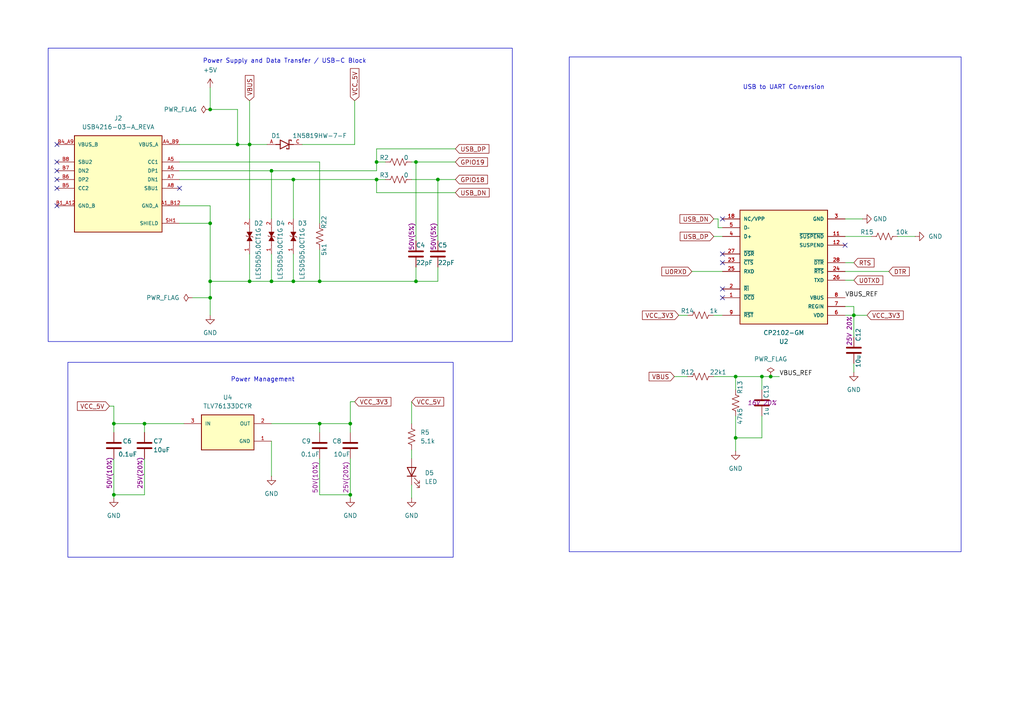
<source format=kicad_sch>
(kicad_sch (version 20250114) (generator "eeschema") (generator_version "9.0")
  (paper "A4")
  (title_block (title "${project_name}") (date "2025-11-28") (rev "${revision}") (company "${company_name}"))
  (lib_symbols
    (symbol "1N5819HW-7-F:1N5819HW-7-F" (pin_names (offset 1.016))
      (property "Reference" "D" (at -5.08 2.54 0))
      (property "Value" "1N5819HW-7-F" (at -5.08 -3.81 0))
      (symbol "1N5819HW-7-F_0_0"
        (polyline (pts (xy -2.54 0) (xy -1.27 0)) (stroke (width 0.254)))
        (polyline (pts (xy -1.27 1.27) (xy -1.27 0)) (stroke (width 0.254)))
        (polyline (pts (xy -1.27 0) (xy -1.27 -1.27)) (stroke (width 0.254)))
        (polyline (pts (xy -1.27 -1.27) (xy 1.27 0)) (stroke (width 0.254)))
        (polyline (pts (xy 0.635 -1.016) (xy 0.635 -1.27)) (stroke (width 0.254)))
        (polyline (pts (xy 1.27 1.27) (xy 1.27 0)) (stroke (width 0.254)))
        (polyline (pts (xy 1.27 0) (xy -1.27 1.27)) (stroke (width 0.254)))
        (polyline (pts (xy 1.27 0) (xy 1.27 -1.27)) (stroke (width 0.254)))
        (polyline (pts (xy 1.27 -1.27) (xy 0.635 -1.27)) (stroke (width 0.254)))
        (polyline (pts (xy 1.905 1.27) (xy 1.27 1.27)) (stroke (width 0.254)))
        (polyline (pts (xy 1.905 1.27) (xy 1.905 1.016)) (stroke (width 0.254)))
        (polyline (pts (xy 2.54 0) (xy 1.27 0)) (stroke (width 0.254)))
        (pin passive line (at -5.08 0 0) (length 2.54) (name "~") (number "A"))
        (pin passive line (at 5.08 0 180) (length 2.54) (name "~") (number "C"))
      )
    )
    (symbol "CP2102-GM:CP2102-GM" (pin_names (offset 1.016))
      (property "Reference" "U" (at -12.9441 18.3587 0))
      (property "Value" "CP2102-GM" (at -13.1348 -17.3312 0))
      (symbol "CP2102-GM_0_0"
        (rectangle (start -12.7 -15.24) (end 12.7 17.78) (stroke (width 0.254)) (fill (type background)))
        (pin bidirectional line (at -17.78 15.24 0) (length 5.08) (name "~{RST}") (number "9"))
        (pin input line (at -17.78 10.16 0) (length 5.08) (name "~{DCD}") (number "1"))
        (pin input line (at -17.78 7.62 0) (length 5.08) (name "~{RI}") (number "2"))
        (pin input line (at -17.78 2.54 0) (length 5.08) (name "RXD") (number "25"))
        (pin input line (at -17.78 0 0) (length 5.08) (name "~{CTS}") (number "23"))
        (pin input line (at -17.78 -2.54 0) (length 5.08) (name "~{DSR}") (number "27"))
        (pin bidirectional line (at -17.78 -7.62 0) (length 5.08) (name "D+") (number "4"))
        (pin bidirectional line (at -17.78 -10.16 0) (length 5.08) (name "D–") (number "5"))
        (pin bidirectional line (at -17.78 -12.7 0) (length 5.08) (name "NC/VPP") (number "18"))
        (pin power_in line (at 17.78 15.24 180) (length 5.08) (name "VDD") (number "6"))
        (pin power_in line (at 17.78 12.7 180) (length 5.08) (name "REGIN") (number "7"))
        (pin power_in line (at 17.78 10.16 180) (length 5.08) (name "VBUS") (number "8"))
        (pin output line (at 17.78 5.08 180) (length 5.08) (name "TXD") (number "26"))
        (pin output line (at 17.78 2.54 180) (length 5.08) (name "~{RTS}") (number "24"))
        (pin output line (at 17.78 0 180) (length 5.08) (name "~{DTR}") (number "28"))
        (pin output line (at 17.78 -5.08 180) (length 5.08) (name "SUSPEND") (number "12"))
        (pin output line (at 17.78 -7.62 180) (length 5.08) (name "~{SUSPEND}") (number "11"))
        (pin power_in line (at 17.78 -12.7 180) (length 5.08) (hide yes) (name "GND") (number "29"))
        (pin power_in line (at 17.78 -12.7 180) (length 5.08) (name "GND") (number "3"))
      )
    )
    (symbol "Device:C" (pin_numbers (hide yes)) (pin_names (offset 0.254))
      (property "Reference" "C" (at 0.635 2.54 0))
      (property "Value" "C" (at 0.635 -2.54 0))
      (symbol "C_0_1"
        (polyline (pts (xy -2.032 0.762) (xy 2.032 0.762)) (stroke (width 0.508)))
        (polyline (pts (xy -2.032 -0.762) (xy 2.032 -0.762)) (stroke (width 0.508)))
      )
      (symbol "C_1_1"
        (pin passive line (at 0 3.81 270) (length 2.794) (name "~") (number "1"))
        (pin passive line (at 0 -3.81 90) (length 2.794) (name "~") (number "2"))
      )
    )
    (symbol "Device:LED" (pin_numbers (hide yes)) (pin_names (offset 1.016) (hide yes))
      (property "Reference" "D" (at 0 2.54 0))
      (property "Value" "LED" (at 0 -2.54 0))
      (symbol "LED_0_1"
        (polyline (pts (xy -3.048 -0.762) (xy -4.572 -2.286) (xy -3.81 -2.286) (xy -4.572 -2.286) (xy -4.572 -1.524)))
        (polyline (pts (xy -1.778 -0.762) (xy -3.302 -2.286) (xy -2.54 -2.286) (xy -3.302 -2.286) (xy -3.302 -1.524)))
        (polyline (pts (xy -1.27 0) (xy 1.27 0)))
        (polyline (pts (xy -1.27 -1.27) (xy -1.27 1.27)) (stroke (width 0.254)))
        (polyline (pts (xy 1.27 -1.27) (xy 1.27 1.27) (xy -1.27 0) (xy 1.27 -1.27)) (stroke (width 0.254)))
      )
      (symbol "LED_1_1"
        (pin passive line (at -3.81 0 0) (length 2.54) (name "K") (number "1"))
        (pin passive line (at 3.81 0 180) (length 2.54) (name "A") (number "2"))
      )
    )
    (symbol "Device:R_US" (pin_numbers (hide yes)) (pin_names (offset 0))
      (property "Reference" "R" (at 2.54 0 90))
      (property "Value" "R_US" (at -2.54 0 90))
      (symbol "R_US_0_1"
        (polyline (pts (xy 0 2.286) (xy 0 2.54)))
        (polyline (pts (xy 0 2.286) (xy 1.016 1.905) (xy 0 1.524) (xy -1.016 1.143) (xy 0 0.762)))
        (polyline (pts (xy 0 0.762) (xy 1.016 0.381) (xy 0 0) (xy -1.016 -0.381) (xy 0 -0.762)))
        (polyline (pts (xy 0 -0.762) (xy 1.016 -1.143) (xy 0 -1.524) (xy -1.016 -1.905) (xy 0 -2.286)))
        (polyline (pts (xy 0 -2.286) (xy 0 -2.54)))
      )
      (symbol "R_US_1_1"
        (pin passive line (at 0 3.81 270) (length 1.27) (name "~") (number "1"))
        (pin passive line (at 0 -3.81 90) (length 1.27) (name "~") (number "2"))
      )
    )
    (symbol "LESD5D5.0CT1G:LESD5D5.0CT1G" (pin_names (offset 1.016))
      (property "Reference" "D" (at -5.08 2.54 0))
      (property "Value" "LESD5D5.0CT1G" (at -5.08 -5.08 0))
      (symbol "LESD5D5.0CT1G_0_0"
        (polyline (pts (xy -1.27 0) (xy -2.54 0)) (stroke (width 0.1524)))
        (polyline (pts (xy 0 0.762) (xy 0.254 1.016)) (stroke (width 0.1524)))
        (polyline (pts (xy 0 0) (xy -1.27 -0.762) (xy -1.27 0.762) (xy 0 0)) (stroke (width 0.1524)) (fill (type outline)))
        (polyline (pts (xy 0 0) (xy 1.27 0.762) (xy 1.27 -0.762) (xy 0 0)) (stroke (width 0.1524)) (fill (type outline)))
        (polyline (pts (xy 0 -0.762) (xy -0.254 -1.016)) (stroke (width 0.1524)))
        (polyline (pts (xy 0 -0.762) (xy 0 0.762)) (stroke (width 0.1524)))
        (polyline (pts (xy 1.27 0) (xy 2.54 0)) (stroke (width 0.1524)))
        (pin passive line (at -5.08 0 0) (length 2.54) (name "~") (number "1"))
        (pin passive line (at 5.08 0 180) (length 2.54) (name "~") (number "2"))
      )
    )
    (symbol "TLV76133DCYR:TLV76133DCYR" (pin_names (offset 1.016))
      (property "Reference" "U4" (at 0 10.16 0))
      (property "Value" "TLV76133DCYR" (at 0 7.62 0))
      (symbol "TLV76133DCYR_0_0"
        (rectangle (start -7.62 -5.08) (end 7.62 5.08) (stroke (width 0.254)) (fill (type background)))
        (pin power_in line (at 12.7 -2.54 180) (length 5.08) (name "GND") (number "1"))
      )
      (symbol "TLV76133DCYR_1_0"
        (pin input line (at -12.7 2.54 0) (length 5.08) (name "IN") (number "3"))
        (pin power_out line (at 12.7 2.54 180) (length 5.08) (name "OUT") (number "2"))
        (pin power_out line (at 12.7 2.54 180) (length 5.08) (hide yes) (name "OUT") (number "4"))
      )
    )
    (symbol "USB4216-03-A_REVA:USB4216-03-A_REVA" (pin_names (offset 1.016))
      (property "Reference" "J" (at -12.7 13.462 0))
      (property "Value" "USB4216-03-A_REVA" (at -12.7 -16.002 0))
      (symbol "USB4216-03-A_REVA_0_0"
        (rectangle (start -12.7 -15.24) (end 12.7 12.7) (stroke (width 0.254)) (fill (type background)))
        (pin power_in line (at -17.78 10.16 0) (length 5.08) (name "VBUS_A") (number "A4_B9"))
        (pin bidirectional line (at -17.78 5.08 0) (length 5.08) (name "CC1") (number "A5"))
        (pin bidirectional line (at -17.78 2.54 0) (length 5.08) (name "DP1") (number "A6"))
        (pin bidirectional line (at -17.78 0 0) (length 5.08) (name "DN1") (number "A7"))
        (pin bidirectional line (at -17.78 -2.54 0) (length 5.08) (name "SBU1") (number "A8"))
        (pin power_in line (at -17.78 -7.62 0) (length 5.08) (name "GND_A") (number "A1_B12"))
        (pin passive line (at -17.78 -12.7 0) (length 5.08) (name "SHIELD") (number "SH1"))
        (pin passive line (at -17.78 -12.7 0) (length 5.08) (hide yes) (name "SHIELD") (number "SH2"))
        (pin passive line (at -17.78 -12.7 0) (length 5.08) (hide yes) (name "SHIELD") (number "SH3"))
        (pin passive line (at -17.78 -12.7 0) (length 5.08) (hide yes) (name "SHIELD") (number "SH4"))
        (pin power_in line (at 17.78 10.16 180) (length 5.08) (name "VBUS_B") (number "B4_A9"))
        (pin bidirectional line (at 17.78 5.08 180) (length 5.08) (name "SBU2") (number "B8"))
        (pin bidirectional line (at 17.78 2.54 180) (length 5.08) (name "DN2") (number "B7"))
        (pin bidirectional line (at 17.78 0 180) (length 5.08) (name "DP2") (number "B6"))
        (pin bidirectional line (at 17.78 -2.54 180) (length 5.08) (name "CC2") (number "B5"))
        (pin power_in line (at 17.78 -7.62 180) (length 5.08) (name "GND_B") (number "B1_A12"))
      )
    )
    (symbol "power:+5V" (power) (pin_numbers (hide yes)) (pin_names (offset 0) (hide yes))
      (property "Value" "+5V" (at 0 3.556 0))
      (symbol "+5V_0_1"
        (polyline (pts (xy -0.762 1.27) (xy 0 2.54)))
        (polyline (pts (xy 0 2.54) (xy 0.762 1.27)))
        (polyline (pts (xy 0 0) (xy 0 2.54)))
      )
      (symbol "+5V_1_1"
        (pin power_in line (at 0 0 90) (length 0) (name "~") (number "1"))
      )
    )
    (symbol "power:GND" (power) (pin_numbers (hide yes)) (pin_names (offset 0) (hide yes))
      (property "Value" "GND" (at 0 -3.81 0))
      (symbol "GND_0_1"
        (polyline (pts (xy 0 0) (xy 0 -1.27) (xy 1.27 -1.27) (xy 0 -2.54) (xy -1.27 -1.27) (xy 0 -1.27)))
      )
      (symbol "GND_1_1"
        (pin power_in line (at 0 0 270) (length 0) (name "~") (number "1"))
      )
    )
    (symbol "power:PWR_FLAG" (power) (pin_numbers (hide yes)) (pin_names (offset 0) (hide yes))
      (property "Value" "PWR_FLAG" (at 0 3.81 0))
      (symbol "PWR_FLAG_0_0"
        (pin power_out line (at 0 0 90) (length 0) (name "~") (number "1"))
      )
      (symbol "PWR_FLAG_0_1"
        (polyline (pts (xy 0 0) (xy 0 1.27) (xy -1.016 1.905) (xy 0 2.54) (xy 1.016 1.905) (xy 0 1.27)))
      )
    )
  )
  (rectangle (start 13.97 13.97) (end 148.59 99.06))
  (rectangle (start 19.685 105.0925) (end 131.445 161.6075))
  (rectangle (start 165.1 16.51) (end 278.765 160.02))
  (text "USB to UART Conversion" (at 227.33 25.4 0) (effects (font (size 1.27 1.27))))
  (text "Power Supply and Data Transfer / USB-C Block" (at 82.55 17.78 0) (effects (font (size 1.27 1.27))))
  (text "Power Management" (at 76.2 110.1725 0) (effects (font (size 1.27 1.27))))
  (junction (at 247.65 91.44))
  (junction (at 213.36 109.22))
  (junction (at 101.6 143.51))
  (junction (at 60.96 31.75))
  (junction (at 92.71 81.5975))
  (junction (at 92.71 122.8725))
  (junction (at 109.22 52.07))
  (junction (at 213.36 127))
  (junction (at 60.96 81.5975))
  (junction (at 78.74 49.53))
  (junction (at 78.74 81.5975))
  (junction (at 101.6 122.8725))
  (junction (at 109.22 46.99))
  (junction (at 60.96 64.77))
  (junction (at 33.02 143.51))
  (junction (at 41.91 122.8725))
  (junction (at 127 52.07))
  (junction (at 72.39 81.5975))
  (junction (at 120.65 46.99))
  (junction (at 220.98 109.22))
  (junction (at 33.02 122.8725))
  (junction (at 60.96 86.36))
  (junction (at 68.8975 41.91))
  (junction (at 72.39 41.91))
  (junction (at 223.52 109.22))
  (junction (at 120.65 81.5975))
  (junction (at 85.09 52.07))
  (junction (at 85.09 81.5975))
  (no_connect (at 16.51 46.99))
  (no_connect (at 52.07 54.61))
  (no_connect (at 16.51 59.69))
  (no_connect (at 16.51 49.53))
  (no_connect (at 209.55 73.66))
  (no_connect (at 209.55 86.36))
  (no_connect (at 16.51 41.91))
  (no_connect (at 209.55 83.82))
  (no_connect (at 209.55 76.2))
  (no_connect (at 16.51 54.61))
  (no_connect (at 16.51 52.07))
  (no_connect (at 245.11 71.12))
  (no_connect (at 209.55 63.5))
  (wire (pts (xy 213.36 109.22) (xy 213.36 113.03)))
  (wire (pts (xy 85.09 52.07) (xy 109.22 52.07)))
  (wire (pts (xy 207.01 63.5) (xy 208.28 63.5)))
  (wire (pts (xy 208.28 66.04) (xy 209.55 66.04)))
  (wire (pts (xy 245.11 88.9) (xy 247.65 88.9)))
  (wire (pts (xy 247.65 88.9) (xy 247.65 91.44)))
  (wire (pts (xy 85.09 52.07) (xy 85.09 63.5)))
  (wire (pts (xy 33.02 143.51) (xy 33.02 144.4625)))
  (wire (pts (xy 60.96 64.77) (xy 60.96 81.5975)))
  (wire (pts (xy 41.91 133.0325) (xy 41.91 143.51)))
  (wire (pts (xy 200.66 78.74) (xy 209.55 78.74)))
  (wire (pts (xy 102.87 29.21) (xy 102.87 41.91)))
  (wire (pts (xy 220.98 127) (xy 220.98 120.65)))
  (wire (pts (xy 41.91 143.51) (xy 33.02 143.51)))
  (wire (pts (xy 220.98 113.03) (xy 220.98 109.22)))
  (wire (pts (xy 195.58 109.22) (xy 199.39 109.22)))
  (wire (pts (xy 245.11 91.44) (xy 247.65 91.44)))
  (wire (pts (xy 72.39 29.21) (xy 72.39 41.91)))
  (wire (pts (xy 101.6 116.5225) (xy 102.87 116.5225)))
  (wire (pts (xy 33.02 133.0325) (xy 33.02 143.51)))
  (wire (pts (xy 247.65 105.41) (xy 247.65 107.95)))
  (wire (pts (xy 78.74 127.9525) (xy 78.74 138.1125)))
  (wire (pts (xy 120.65 77.47) (xy 120.65 81.5975)))
  (wire (pts (xy 72.39 41.91) (xy 77.47 41.91)))
  (wire (pts (xy 119.38 130.4925) (xy 119.38 133.0325)))
  (wire (pts (xy 101.6 143.51) (xy 101.6 144.4625)))
  (wire (pts (xy 119.38 46.99) (xy 120.65 46.99)))
  (wire (pts (xy 85.09 73.66) (xy 85.09 81.5975)))
  (wire (pts (xy 85.09 81.5975) (xy 92.71 81.5975)))
  (wire (pts (xy 78.74 73.66) (xy 78.74 81.5975)))
  (wire (pts (xy 101.6 116.5225) (xy 101.6 122.8725)))
  (wire (pts (xy 60.96 59.69) (xy 60.96 64.77)))
  (wire (pts (xy 68.8975 41.91) (xy 72.39 41.91)))
  (wire (pts (xy 72.39 81.5975) (xy 78.74 81.5975)))
  (wire (pts (xy 207.01 91.44) (xy 209.55 91.44)))
  (wire (pts (xy 92.71 122.8725) (xy 92.71 125.4125)))
  (wire (pts (xy 220.98 109.22) (xy 223.52 109.22)))
  (wire (pts (xy 247.65 91.44) (xy 251.46 91.44)))
  (wire (pts (xy 208.28 63.5) (xy 208.28 66.04)))
  (wire (pts (xy 87.63 41.91) (xy 102.87 41.91)))
  (wire (pts (xy 33.02 122.8725) (xy 33.02 125.4125)))
  (wire (pts (xy 260.35 68.58) (xy 265.43 68.58)))
  (wire (pts (xy 119.38 140.6525) (xy 119.38 144.4625)))
  (wire (pts (xy 109.22 52.07) (xy 111.76 52.07)))
  (wire (pts (xy 78.74 81.5975) (xy 85.09 81.5975)))
  (wire (pts (xy 109.22 55.88) (xy 132.08 55.88)))
  (wire (pts (xy 41.91 122.8725) (xy 41.91 125.4125)))
  (wire (pts (xy 31.75 117.7925) (xy 33.02 117.7925)))
  (wire (pts (xy 207.01 109.22) (xy 213.36 109.22)))
  (wire (pts (xy 213.36 120.65) (xy 213.36 127)))
  (wire (pts (xy 127 52.07) (xy 132.08 52.07)))
  (wire (pts (xy 72.39 73.66) (xy 72.39 81.5975)))
  (wire (pts (xy 127 77.47) (xy 127 81.5975)))
  (wire (pts (xy 120.65 46.99) (xy 132.08 46.99)))
  (wire (pts (xy 52.07 49.53) (xy 78.74 49.53)))
  (wire (pts (xy 60.96 25.4) (xy 60.96 31.75)))
  (wire (pts (xy 52.07 41.91) (xy 68.8975 41.91)))
  (wire (pts (xy 60.96 81.5975) (xy 60.96 86.36)))
  (wire (pts (xy 60.96 86.36) (xy 60.96 91.44)))
  (wire (pts (xy 207.01 68.58) (xy 209.55 68.58)))
  (wire (pts (xy 245.11 76.2) (xy 247.65 76.2)))
  (wire (pts (xy 119.38 52.07) (xy 127 52.07)))
  (wire (pts (xy 220.98 109.22) (xy 213.36 109.22)))
  (wire (pts (xy 245.11 68.58) (xy 252.73 68.58)))
  (wire (pts (xy 33.02 117.7925) (xy 33.02 122.8725)))
  (wire (pts (xy 109.22 43.18) (xy 132.08 43.18)))
  (wire (pts (xy 196.85 91.44) (xy 199.39 91.44)))
  (wire (pts (xy 109.22 43.18) (xy 109.22 46.99)))
  (wire (pts (xy 92.71 81.5975) (xy 120.65 81.5975)))
  (wire (pts (xy 120.65 46.99) (xy 120.65 69.85)))
  (wire (pts (xy 68.8975 31.75) (xy 68.8975 41.91)))
  (wire (pts (xy 60.96 81.5975) (xy 72.39 81.5975)))
  (wire (pts (xy 52.07 59.69) (xy 60.96 59.69)))
  (wire (pts (xy 120.65 81.5975) (xy 127 81.5975)))
  (wire (pts (xy 78.74 49.53) (xy 78.74 63.5)))
  (wire (pts (xy 213.36 127) (xy 220.98 127)))
  (wire (pts (xy 92.71 64.77) (xy 92.71 46.99)))
  (wire (pts (xy 245.11 81.28) (xy 247.65 81.28)))
  (wire (pts (xy 119.38 116.5225) (xy 119.38 122.8725)))
  (wire (pts (xy 247.65 91.44) (xy 247.65 97.79)))
  (wire (pts (xy 72.39 41.91) (xy 72.39 63.5)))
  (wire (pts (xy 109.22 46.99) (xy 111.76 46.99)))
  (wire (pts (xy 78.74 122.8725) (xy 92.71 122.8725)))
  (wire (pts (xy 109.22 49.53) (xy 109.22 46.99)))
  (wire (pts (xy 60.96 31.75) (xy 68.8975 31.75)))
  (wire (pts (xy 52.07 46.99) (xy 92.71 46.99)))
  (wire (pts (xy 92.71 143.51) (xy 101.6 143.51)))
  (wire (pts (xy 245.11 63.5) (xy 250.19 63.5)))
  (wire (pts (xy 92.71 133.0325) (xy 92.71 143.51)))
  (wire (pts (xy 127 52.07) (xy 127 69.85)))
  (wire (pts (xy 92.71 72.39) (xy 92.71 81.5975)))
  (wire (pts (xy 101.6 122.8725) (xy 101.6 125.4125)))
  (wire (pts (xy 101.6 133.0325) (xy 101.6 143.51)))
  (wire (pts (xy 78.74 49.53) (xy 109.22 49.53)))
  (wire (pts (xy 245.11 78.74) (xy 257.81 78.74)))
  (wire (pts (xy 41.91 122.8725) (xy 53.34 122.8725)))
  (wire (pts (xy 33.02 122.8725) (xy 41.91 122.8725)))
  (wire (pts (xy 92.71 122.8725) (xy 101.6 122.8725)))
  (wire (pts (xy 213.36 127) (xy 213.36 130.81)))
  (wire (pts (xy 109.22 55.88) (xy 109.22 52.07)))
  (wire (pts (xy 223.52 109.22) (xy 226.06 109.22)))
  (wire (pts (xy 52.07 52.07) (xy 85.09 52.07)))
  (wire (pts (xy 55.88 86.36) (xy 60.96 86.36)))
  (wire (pts (xy 60.96 64.77) (xy 52.07 64.77)))
  (label "VBUS_REF" (at 226.06 109.22 0))
  (label "VBUS_REF" (at 245.11 86.36 0))
  (global_label "VCC_3V3" (shape input) (at 102.87 116.5225 0) (property "Intersheetrefs" "${INTERSHEET_REFS}" (effects (hide yes))))
  (global_label "RTS" (shape input) (at 247.65 76.2 0) (property "Intersheetrefs" "${INTERSHEET_REFS}" (effects (hide yes))))
  (global_label "VBUS" (shape input) (at 195.58 109.22 180) (property "Intersheetrefs" "${INTERSHEET_REFS}" (effects (hide yes))))
  (global_label "USB_DN" (shape input) (at 132.08 55.88 0) (property "Intersheetrefs" "${INTERSHEET_REFS}" (effects (hide yes))))
  (global_label "VCC_5V" (shape input) (at 102.87 29.21 90) (property "Intersheetrefs" "${INTERSHEET_REFS}" (effects (hide yes))))
  (global_label "USB_DP" (shape input) (at 132.08 43.18 0) (property "Intersheetrefs" "${INTERSHEET_REFS}" (effects (hide yes))))
  (global_label "GPIO18" (shape input) (at 132.08 52.07 0) (property "Intersheetrefs" "${INTERSHEET_REFS}" (effects (hide yes))))
  (global_label "GPIO19" (shape input) (at 132.08 46.99 0) (property "Intersheetrefs" "${INTERSHEET_REFS}" (effects (hide yes))))
  (global_label "U0TXD" (shape input) (at 247.65 81.28 0) (property "Intersheetrefs" "${INTERSHEET_REFS}" (effects (hide yes))))
  (global_label "U0RXD" (shape input) (at 200.66 78.74 180) (property "Intersheetrefs" "${INTERSHEET_REFS}" (effects (hide yes))))
  (global_label "VCC_3V3" (shape input) (at 196.85 91.44 180) (property "Intersheetrefs" "${INTERSHEET_REFS}" (effects (hide yes))))
  (global_label "USB_DP" (shape input) (at 207.01 68.58 180) (property "Intersheetrefs" "${INTERSHEET_REFS}" (effects (hide yes))))
  (global_label "VCC_5V" (shape input) (at 31.75 117.7925 180) (property "Intersheetrefs" "${INTERSHEET_REFS}" (effects (hide yes))))
  (global_label "VCC_3V3" (shape input) (at 251.46 91.44 0) (property "Intersheetrefs" "${INTERSHEET_REFS}" (effects (hide yes))))
  (global_label "USB_DN" (shape input) (at 207.01 63.5 180) (property "Intersheetrefs" "${INTERSHEET_REFS}" (effects (hide yes))))
  (global_label "VBUS" (shape input) (at 72.39 29.21 90) (property "Intersheetrefs" "${INTERSHEET_REFS}" (effects (hide yes))))
  (global_label "DTR" (shape input) (at 257.81 78.74 0) (property "Intersheetrefs" "${INTERSHEET_REFS}" (effects (hide yes))))
  (global_label "VCC_5V" (shape input) (at 119.38 116.5225 0) (property "Intersheetrefs" "${INTERSHEET_REFS}" (effects (hide yes))))
  (symbol (lib_id "Device:R_US") (at 119.38 126.6825 0) (unit 1)
    (property "Reference" "R5" (at 121.92 125.4124 0) (effects (justify left)))
    (property "Value" "5.1k" (at 121.92 127.9524 0) (effects (justify left)))
    (property "Footprint" "Resistor_SMD:R_0402_1005Metric" (effects (hide yes)))
    (property "Description" "Resistor, US symbol" (effects (hide yes)))
  )
  (symbol (lib_id "Device:C") (at 120.65 73.66 0) (unit 1)
    (property "Reference" "C4" (at 120.65 71.12 0) (effects (justify left)))
    (property "Value" "22pF" (at 120.65 76.2 0) (effects (justify left)))
    (property "Footprint" "Capacitor_SMD:C_01005_0402Metric" (effects (hide yes)))
    (property "Description" "Unpolarized capacitor" (effects (hide yes)))
    (property "Purpose" "50V(5%)" (at 119.38 68.58 90))
  )
  (symbol (lib_id "power:PWR_FLAG") (at 60.96 31.75 90) (unit 1)
    (property "Reference" "#FLG01" (effects (hide yes)))
    (property "Value" "PWR_FLAG" (at 57.15 31.7499 90) (effects (justify left)))
    (property "Description" "Special symbol for telling ERC where power comes from" (effects (hide yes)))
  )
  (symbol (lib_id "Device:R_US") (at 115.57 46.99 90) (unit 1)
    (property "Reference" "R2" (at 111.4425 45.72 90))
    (property "Value" "0" (at 117.7925 45.72 90))
    (property "Footprint" "Resistor_SMD:R_0402_1005Metric" (effects (hide yes)))
    (property "Description" "Resistor, US symbol" (effects (hide yes)))
  )
  (symbol (lib_id "USB4216-03-A_REVA:USB4216-03-A_REVA") (at 34.29 52.07 0) (mirror y) (unit 1)
    (property "Reference" "J2" (at 34.29 34.29 0))
    (property "Value" "USB4216-03-A_REVA" (at 34.29 36.83 0))
    (property "Footprint" "USB4216-03-A_REVA:GCT_USB4216-03-A_REVA" (effects (hide yes)))
    (property "MF" "Global Connector Technology" (effects (hide yes)))
    (property "MAXIMUM_PACKAGE_HEIGHT" "3.16mm" (effects (hide yes)))
    (property "Package" "None" (effects (hide yes)))
    (property "Price" "None" (effects (hide yes)))
    (property "Check_prices" "https://www.snapeda.com/parts/USB4216-03-A/Global+Connector+Technology/view-part/?ref=eda" (effects (hide yes)))
    (property "STANDARD" "Manufacturer Recommendations" (effects (hide yes)))
    (property "PARTREV" "A" (effects (hide yes)))
    (property "SnapEDA_Link" "https://www.snapeda.com/parts/USB4216-03-A/Global+Connector+Technology/view-part/?ref=snap" (effects (hide yes)))
    (property "MP" "USB4216-03-A" (effects (hide yes)))
    (property "Description_1" "Type C USB 2.0 Connector" (effects (hide yes)))
    (property "MANUFACTURER" "Global Connector Technology" (effects (hide yes)))
    (property "Availability" "In Stock" (effects (hide yes)))
    (property "SNAPEDA_PN" "USB4216-03-A" (effects (hide yes)))
  )
  (symbol (lib_id "Device:R_US") (at 92.71 68.58 0) (unit 1)
    (property "Reference" "R22" (at 93.98 64.4525 90))
    (property "Value" "5k1" (at 93.98 72.39 90))
    (property "Footprint" "Resistor_SMD:R_0402_1005Metric" (effects (hide yes)))
    (property "Description" "Resistor, US symbol" (effects (hide yes)))
  )
  (symbol (lib_id "power:GND") (at 101.6 144.4625 0) (mirror y) (unit 1)
    (property "Reference" "#PWR04" (effects (hide yes)))
    (property "Value" "GND" (at 101.6 149.5425 0))
    (property "Description" "Power symbol creates a global label with name \"GND\" , ground" (effects (hide yes)))
  )
  (symbol (lib_id "Device:R_US") (at 256.54 68.58 90) (unit 1)
    (property "Reference" "R15" (at 251.46 67.31 90))
    (property "Value" "10k" (at 261.62 67.31 90))
    (property "Footprint" "Resistor_SMD:R_0402_1005Metric" (effects (hide yes)))
    (property "Description" "Resistor, US symbol" (effects (hide yes)))
  )
  (symbol (lib_id "Device:C") (at 247.65 101.6 0) (unit 1)
    (property "Reference" "C12" (at 248.92 99.06 90) (effects (justify left)))
    (property "Value" "10u" (at 248.92 106.68 90) (effects (justify left)))
    (property "Footprint" "Capacitor_SMD:C_0603_1608Metric" (effects (hide yes)))
    (property "Description" "Unpolarized capacitor" (effects (hide yes)))
    (property "Purpose" "25V 20%" (at 246.38 100.33 90) (effects (font (italic yes)) (justify left)))
  )
  (symbol (lib_id "Device:R_US") (at 115.57 52.07 90) (unit 1)
    (property "Reference" "R3" (at 111.4425 50.8 90))
    (property "Value" "0" (at 117.7925 50.8 90))
    (property "Footprint" "Resistor_SMD:R_0402_1005Metric" (effects (hide yes)))
    (property "Description" "Resistor, US symbol" (effects (hide yes)))
  )
  (symbol (lib_id "Device:LED") (at 119.38 136.8425 90) (unit 1)
    (property "Reference" "D5" (at 123.19 137.1599 90) (effects (justify right)))
    (property "Value" "LED" (at 123.19 139.6999 90) (effects (justify right)))
    (property "Footprint" "LED_SMD:LED_0402_1005Metric" (effects (hide yes)))
    (property "Description" "Light emitting diode" (effects (hide yes)))
    (property "Sim.Pins" "1=K 2=A" (effects (hide yes)))
  )
  (symbol (lib_id "power:GND") (at 33.02 144.4625 0) (unit 1)
    (property "Reference" "#PWR03" (effects (hide yes)))
    (property "Value" "GND" (at 33.02 149.5425 0))
    (property "Description" "Power symbol creates a global label with name \"GND\" , ground" (effects (hide yes)))
  )
  (symbol (lib_id "LESD5D5.0CT1G:LESD5D5.0CT1G") (at 78.74 68.58 90) (unit 1)
    (property "Reference" "D4" (at 80.01 64.77 90) (effects (justify right)))
    (property "Value" "LESD5D5.0CT1G" (at 81.28 66.04 0) (effects (justify right)))
    (property "Footprint" "LESD5D5.0CT1G:TVS_LESD5D5.0CT1G" (effects (hide yes)))
    (property "MF" "Leshan Radio Co." (effects (hide yes)))
    (property "MAXIMUM_PACKAGE_HEIGHT" "0.7 mm" (effects (hide yes)))
    (property "Package" "None" (effects (hide yes)))
    (property "Price" "None" (effects (hide yes)))
    (property "Check_prices" "https://www.snapeda.com/parts/LESD5D5.0CT1G/Leshan+Radio/view-part/?ref=eda" (effects (hide yes)))
    (property "STANDARD" "Manufacturer Recommendations" (effects (hide yes)))
    (property "PARTREV" "O" (effects (hide yes)))
    (property "SnapEDA_Link" "https://www.snapeda.com/parts/LESD5D5.0CT1G/Leshan+Radio/view-part/?ref=snap" (effects (hide yes)))
    (property "MP" "LESD5D5.0CT1G" (effects (hide yes)))
    (property "Description_1" "Transient Voltage Suppressors for ESD Protection" (effects (hide yes)))
    (property "Availability" "In Stock" (effects (hide yes)))
    (property "MANUFACTURER" "LRC" (effects (hide yes)))
  )
  (symbol (lib_id "power:PWR_FLAG") (at 55.88 86.36 90) (unit 1)
    (property "Reference" "#FLG03" (effects (hide yes)))
    (property "Value" "PWR_FLAG" (at 52.07 86.3599 90) (effects (justify left)))
    (property "Description" "Special symbol for telling ERC where power comes from" (effects (hide yes)))
  )
  (symbol (lib_id "Device:C") (at 127 73.66 0) (unit 1)
    (property "Reference" "C5" (at 127 71.12 0) (effects (justify left)))
    (property "Value" "22pF" (at 127 76.2 0) (effects (justify left)))
    (property "Footprint" "Capacitor_SMD:C_01005_0402Metric" (effects (hide yes)))
    (property "Description" "Unpolarized capacitor" (effects (hide yes)))
    (property "Purpose" "50V(5%)" (at 125.73 68.58 90))
  )
  (symbol (lib_id "Device:R_US") (at 213.36 116.84 0) (unit 1)
    (property "Reference" "R13" (at 214.63 114.3 90) (effects (justify left)))
    (property "Value" "47k5" (at 214.63 123.19 90) (effects (justify left)))
    (property "Footprint" "Resistor_SMD:R_0402_1005Metric" (effects (hide yes)))
    (property "Description" "Resistor, US symbol" (effects (hide yes)))
  )
  (symbol (lib_id "power:GND") (at 119.38 144.4625 0) (mirror y) (unit 1)
    (property "Reference" "#PWR05" (effects (hide yes)))
    (property "Value" "GND" (at 119.38 149.5425 0))
    (property "Description" "Power symbol creates a global label with name \"GND\" , ground" (effects (hide yes)))
  )
  (symbol (lib_id "Device:C") (at 41.91 129.2225 0) (unit 1)
    (property "Reference" "C7" (at 44.45 127.9525 0) (effects (justify left)))
    (property "Value" "10uF" (at 44.45 130.4925 0) (effects (justify left)))
    (property "Footprint" "Capacitor_SMD:C_0603_1608Metric" (effects (hide yes)))
    (property "Description" "Unpolarized capacitor" (effects (hide yes)))
    (property "Purpose" "25V(20%)" (at 40.64 137.16 90))
  )
  (symbol (lib_id "power:GND") (at 247.65 107.95 0) (unit 1)
    (property "Reference" "#PWR011" (effects (hide yes)))
    (property "Value" "GND" (at 247.65 113.03 0))
    (property "Description" "Power symbol creates a global label with name \"GND\" , ground" (effects (hide yes)))
  )
  (symbol (lib_id "Device:C") (at 33.02 129.2225 0) (unit 1)
    (property "Reference" "C6" (at 35.56 127.9525 0) (effects (justify left)))
    (property "Value" "0.1uF" (at 34.29 131.7625 0) (effects (justify left)))
    (property "Footprint" "Capacitor_SMD:C_0402_1005Metric" (effects (hide yes)))
    (property "Description" "Unpolarized capacitor" (effects (hide yes)))
    (property "Purpose" "50V(10%)" (at 31.75 137.16 90))
  )
  (symbol (lib_id "power:+5V") (at 60.96 25.4 0) (unit 1)
    (property "Reference" "#PWR016" (effects (hide yes)))
    (property "Value" "+5V" (at 60.96 20.32 0))
    (property "Description" "Power symbol creates a global label with name \"+5V\"" (effects (hide yes)))
  )
  (symbol (lib_id "power:GND") (at 250.19 63.5 90) (unit 1)
    (property "Reference" "#PWR010" (effects (hide yes)))
    (property "Value" "GND" (at 255.27 63.5 90))
    (property "Description" "Power symbol creates a global label with name \"GND\" , ground" (effects (hide yes)))
  )
  (symbol (lib_id "Device:R_US") (at 203.2 91.44 270) (unit 1)
    (property "Reference" "R14" (at 199.39 90.17 90))
    (property "Value" "1k" (at 207.01 90.17 90))
    (property "Footprint" "Resistor_SMD:R_0402_1005Metric" (effects (hide yes)))
    (property "Description" "Resistor, US symbol" (effects (hide yes)))
  )
  (symbol (lib_id "power:GND") (at 265.43 68.58 90) (unit 1)
    (property "Reference" "#PWR013" (effects (hide yes)))
    (property "Value" "GND" (at 269.24 68.5799 90) (effects (justify right)))
    (property "Description" "Power symbol creates a global label with name \"GND\" , ground" (effects (hide yes)))
  )
  (symbol (lib_id "Device:C") (at 220.98 116.84 0) (unit 1)
    (property "Reference" "C13" (at 222.25 115.57 90) (effects (justify left)))
    (property "Value" "1u" (at 222.25 120.65 90) (effects (justify left)))
    (property "Footprint" "Capacitor_SMD:C_0201_0603Metric" (effects (hide yes)))
    (property "Description" "Unpolarized capacitor" (effects (hide yes)))
    (property "Purpose" "16V 20%" (at 220.98 116.84 0) (effects (font (italic yes))))
  )
  (symbol (lib_id "LESD5D5.0CT1G:LESD5D5.0CT1G") (at 85.09 68.58 90) (unit 1)
    (property "Reference" "D3" (at 86.36 64.77 90) (effects (justify right)))
    (property "Value" "LESD5D5.0CT1G" (at 87.63 66.04 0) (effects (justify right)))
    (property "Footprint" "LESD5D5.0CT1G:TVS_LESD5D5.0CT1G" (effects (hide yes)))
    (property "MF" "Leshan Radio Co." (effects (hide yes)))
    (property "MAXIMUM_PACKAGE_HEIGHT" "0.7 mm" (effects (hide yes)))
    (property "Package" "None" (effects (hide yes)))
    (property "Price" "None" (effects (hide yes)))
    (property "Check_prices" "https://www.snapeda.com/parts/LESD5D5.0CT1G/Leshan+Radio/view-part/?ref=eda" (effects (hide yes)))
    (property "STANDARD" "Manufacturer Recommendations" (effects (hide yes)))
    (property "PARTREV" "O" (effects (hide yes)))
    (property "SnapEDA_Link" "https://www.snapeda.com/parts/LESD5D5.0CT1G/Leshan+Radio/view-part/?ref=snap" (effects (hide yes)))
    (property "MP" "LESD5D5.0CT1G" (effects (hide yes)))
    (property "Description_1" "Transient Voltage Suppressors for ESD Protection" (effects (hide yes)))
    (property "Availability" "In Stock" (effects (hide yes)))
    (property "MANUFACTURER" "LRC" (effects (hide yes)))
  )
  (symbol (lib_id "Device:C") (at 101.6 129.2225 0) (mirror y) (unit 1)
    (property "Reference" "C8" (at 99.06 127.9525 0) (effects (justify left)))
    (property "Value" "10uF" (at 101.6 131.7625 0) (effects (justify left)))
    (property "Footprint" "Capacitor_SMD:C_0603_1608Metric" (effects (hide yes)))
    (property "Description" "Unpolarized capacitor" (effects (hide yes)))
    (property "Purpose" "25V(20%)" (at 100.33 138.43 90))
  )
  (symbol (lib_id "power:GND") (at 213.36 130.81 0) (unit 1)
    (property "Reference" "#PWR012" (effects (hide yes)))
    (property "Value" "GND" (at 213.36 135.89 0))
    (property "Description" "Power symbol creates a global label with name \"GND\" , ground" (effects (hide yes)))
  )
  (symbol (lib_id "CP2102-GM:CP2102-GM") (at 227.33 76.2 0) (mirror x) (unit 1)
    (property "Reference" "U2" (at 227.33 99.06 0))
    (property "Value" "CP2102-GM" (at 227.33 96.52 0))
    (property "Footprint" "CP2102-GM:QFN50P500X500X100-29N" (effects (hide yes)))
    (property "MF" "Silicon Labs" (effects (hide yes)))
    (property "SNAPEDA_PACKAGE_ID" "11371" (effects (hide yes)))
    (property "PACKAGE" "QFN-28 Silicon Labs" (effects (hide yes)))
    (property "PRICE" "3.43 USD" (effects (hide yes)))
    (property "Package" "QFN-28 Silicon Labs" (effects (hide yes)))
    (property "Check_prices" "https://www.snapeda.com/parts/CP2102-GM/Silicon+Labs/view-part/?ref=eda" (effects (hide yes)))
    (property "Availability" "In Stock" (effects (hide yes)))
    (property "STANDARD" "IPC-7351B" (effects (hide yes)))
    (property "PARTREV" "1.8" (effects (hide yes)))
    (property "SnapEDA_Link" "https://www.snapeda.com/parts/CP2102-GM/Silicon+Labs/view-part/?ref=snap" (effects (hide yes)))
    (property "MP" "CP2102-GM" (effects (hide yes)))
    (property "Price" "None" (effects (hide yes)))
    (property "Description_1" "USB Bridge, USB to UART USB 2.0 UART Interface 28-QFN (5x5)" (effects (hide yes)))
    (property "MANUFACTURER" "Silicon Labs" (effects (hide yes)))
    (property "AVAILABILITY" "Good" (effects (hide yes)))
    (property "DESCRIPTION" "IC USB-TO-UART BRIDGE 28VQFN" (effects (hide yes)))
  )
  (symbol (lib_id "power:GND") (at 60.96 91.44 0) (unit 1)
    (property "Reference" "#PWR01" (effects (hide yes)))
    (property "Value" "GND" (at 60.96 96.52 0))
    (property "Description" "Power symbol creates a global label with name \"GND\" , ground" (effects (hide yes)))
  )
  (symbol (lib_id "power:GND") (at 78.74 138.1125 0) (unit 1)
    (property "Reference" "#PWR02" (effects (hide yes)))
    (property "Value" "GND" (at 78.74 143.1925 0))
    (property "Description" "Power symbol creates a global label with name \"GND\" , ground" (effects (hide yes)))
  )
  (symbol (lib_id "TLV76133DCYR:TLV76133DCYR") (at 66.04 125.4125 0) (unit 1)
    (property "Reference" "U4" (at 66.04 115.2525 0))
    (property "Value" "TLV76133DCYR" (at 66.04 117.7925 0))
    (property "Footprint" "TLV76133DCYR:VREG_TLV76133DCYR" (effects (hide yes)))
    (property "MF" "Texas Instruments" (effects (hide yes)))
    (property "MAXIMUM_PACKAGE_HEIGHT" "1.8mm" (effects (hide yes)))
    (property "Package" "SOT-223-4 Texas Instruments" (effects (hide yes)))
    (property "Price" "None" (effects (hide yes)))
    (property "Check_prices" "https://www.snapeda.com/parts/TLV76133DCYR/Texas+Instruments/view-part/?ref=eda" (effects (hide yes)))
    (property "STANDARD" "Manufacturer Recommendations" (effects (hide yes)))
    (property "PARTREV" "B" (effects (hide yes)))
    (property "SnapEDA_Link" "https://www.snapeda.com/parts/TLV76133DCYR/Texas+Instruments/view-part/?ref=snap" (effects (hide yes)))
    (property "MP" "TLV76133DCYR" (effects (hide yes)))
    (property "Description_1" "1A 16V high-PSRR linear voltage regulator" (effects (hide yes)))
    (property "Availability" "In Stock" (effects (hide yes)))
    (property "MANUFACTURER" "Texas Instruments" (effects (hide yes)))
  )
  (symbol (lib_id "power:PWR_FLAG") (at 223.52 109.22 0) (unit 1)
    (property "Reference" "#FLG02" (effects (hide yes)))
    (property "Value" "PWR_FLAG" (at 223.52 104.14 0))
    (property "Description" "Special symbol for telling ERC where power comes from" (effects (hide yes)))
  )
  (symbol (lib_id "Device:R_US") (at 203.2 109.22 270) (unit 1)
    (property "Reference" "R12" (at 199.39 107.95 90))
    (property "Value" "22k1" (at 208.28 107.95 90))
    (property "Footprint" "Resistor_SMD:R_0402_1005Metric" (effects (hide yes)))
    (property "Description" "Resistor, US symbol" (effects (hide yes)))
  )
  (symbol (lib_id "1N5819HW-7-F:1N5819HW-7-F") (at 82.55 41.91 0) (unit 1)
    (property "Reference" "D1" (at 80.01 39.37 0))
    (property "Value" "1N5819HW-7-F" (at 92.71 39.37 0))
    (property "Footprint" "1N5819HW-7-F:SOD3715X145N" (effects (hide yes)))
    (property "DigiKey_Part_Number" "1N5819HW-FDICT-ND" (effects (hide yes)))
    (property "SnapEDA_Link" "https://www.snapeda.com/parts/1N5819HW-7-F/Diodes+Inc./view-part/?ref=snap" (effects (hide yes)))
    (property "Description_1" "Diode Schottky 1A 40V SOD123 | Diodes Inc 1N5819HW-7-F" (effects (hide yes)))
    (property "Package" "SOD-123 Fairchild Semiconductor" (effects (hide yes)))
    (property "Check_prices" "https://www.snapeda.com/parts/1N5819HW-7-F/Diodes+Inc./view-part/?ref=eda" (effects (hide yes)))
    (property "STANDARD" "IPC-7351B" (effects (hide yes)))
    (property "PARTREV" "18-2" (effects (hide yes)))
    (property "MF" "Diodes Inc." (effects (hide yes)))
    (property "MP" "1N5819HW-7-F" (effects (hide yes)))
    (property "MANUFACTURER" "Diodes Inc." (effects (hide yes)))
  )
  (symbol (lib_id "LESD5D5.0CT1G:LESD5D5.0CT1G") (at 72.39 68.58 90) (unit 1)
    (property "Reference" "D2" (at 73.66 64.77 90) (effects (justify right)))
    (property "Value" "LESD5D5.0CT1G" (at 74.93 66.04 0) (effects (justify right)))
    (property "Footprint" "LESD5D5.0CT1G:TVS_LESD5D5.0CT1G" (effects (hide yes)))
    (property "MF" "Leshan Radio Co." (effects (hide yes)))
    (property "MAXIMUM_PACKAGE_HEIGHT" "0.7 mm" (effects (hide yes)))
    (property "Package" "None" (effects (hide yes)))
    (property "Price" "None" (effects (hide yes)))
    (property "Check_prices" "https://www.snapeda.com/parts/LESD5D5.0CT1G/Leshan+Radio/view-part/?ref=eda" (effects (hide yes)))
    (property "STANDARD" "Manufacturer Recommendations" (effects (hide yes)))
    (property "PARTREV" "O" (effects (hide yes)))
    (property "SnapEDA_Link" "https://www.snapeda.com/parts/LESD5D5.0CT1G/Leshan+Radio/view-part/?ref=snap" (effects (hide yes)))
    (property "MP" "LESD5D5.0CT1G" (effects (hide yes)))
    (property "Description_1" "Transient Voltage Suppressors for ESD Protection" (effects (hide yes)))
    (property "Availability" "In Stock" (effects (hide yes)))
    (property "MANUFACTURER" "LRC" (effects (hide yes)))
  )
  (symbol (lib_id "Device:C") (at 92.71 129.2225 0) (mirror y) (unit 1)
    (property "Reference" "C9" (at 90.17 127.9525 0) (effects (justify left)))
    (property "Value" "0.1uF" (at 92.71 131.7625 0) (effects (justify left)))
    (property "Footprint" "Capacitor_SMD:C_0402_1005Metric" (effects (hide yes)))
    (property "Description" "Unpolarized capacitor" (effects (hide yes)))
    (property "Purpose" "50V(10%)" (at 91.44 138.43 90))
  )
)
</source>
